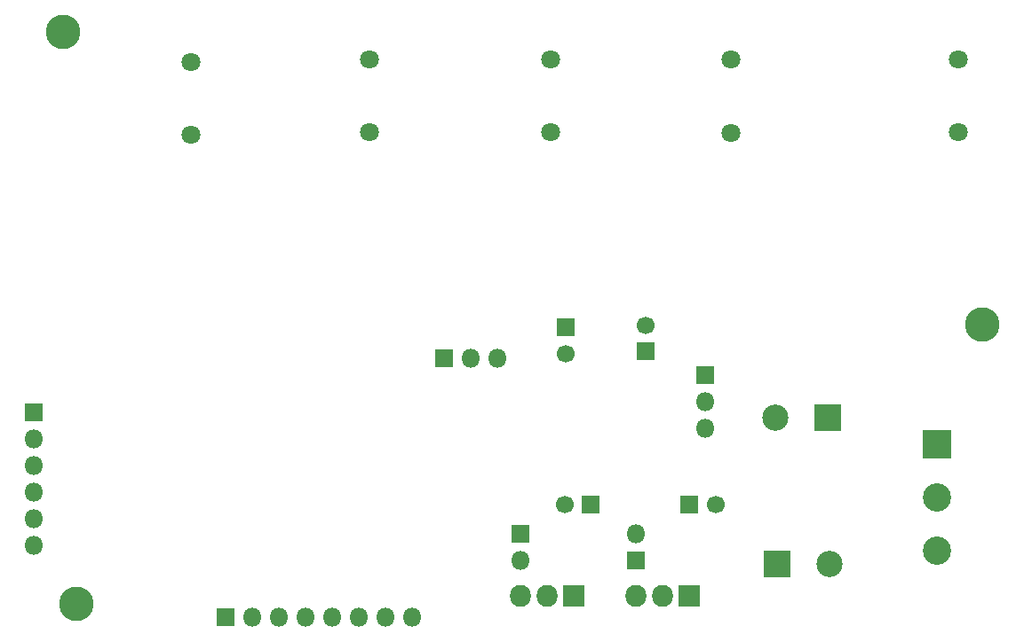
<source format=gbr>
%TF.GenerationSoftware,KiCad,Pcbnew,(5.1.6)-1*%
%TF.CreationDate,2020-11-12T20:03:02-08:00*%
%TF.ProjectId,piezodriver,7069657a-6f64-4726-9976-65722e6b6963,rev?*%
%TF.SameCoordinates,Original*%
%TF.FileFunction,Soldermask,Bot*%
%TF.FilePolarity,Negative*%
%FSLAX46Y46*%
G04 Gerber Fmt 4.6, Leading zero omitted, Abs format (unit mm)*
G04 Created by KiCad (PCBNEW (5.1.6)-1) date 2020-11-12 20:03:02*
%MOMM*%
%LPD*%
G01*
G04 APERTURE LIST*
%ADD10C,3.300000*%
%ADD11O,2.005000X2.100000*%
%ADD12R,2.005000X2.100000*%
%ADD13C,1.800000*%
%ADD14O,1.800000X1.800000*%
%ADD15R,1.800000X1.800000*%
%ADD16C,2.700000*%
%ADD17R,2.700000X2.700000*%
%ADD18C,1.700000*%
%ADD19R,1.700000X1.700000*%
%ADD20C,2.500000*%
%ADD21R,2.500000X2.500000*%
G04 APERTURE END LIST*
D10*
%TO.C,H3*%
X294640000Y-38100000D03*
%TD*%
%TO.C,H2*%
X208280000Y-64770000D03*
%TD*%
%TO.C,H1*%
X207010000Y-10160000D03*
%TD*%
D11*
%TO.C,Q2*%
X250571000Y-64008000D03*
X253111000Y-64008000D03*
D12*
X255651000Y-64008000D03*
%TD*%
D11*
%TO.C,Q1*%
X261620000Y-64008000D03*
X264160000Y-64008000D03*
D12*
X266700000Y-64008000D03*
%TD*%
D13*
%TO.C,SAMPLE1*%
X292354000Y-19740000D03*
X292354000Y-12740000D03*
%TD*%
D14*
%TO.C,J7*%
X240284000Y-66040000D03*
X237744000Y-66040000D03*
X235204000Y-66040000D03*
X232664000Y-66040000D03*
X230124000Y-66040000D03*
X227584000Y-66040000D03*
X225044000Y-66040000D03*
D15*
X222504000Y-66040000D03*
%TD*%
D14*
%TO.C,J6*%
X250571000Y-60579000D03*
D15*
X250571000Y-58039000D03*
%TD*%
D14*
%TO.C,J5*%
X261620000Y-58039000D03*
D15*
X261620000Y-60579000D03*
%TD*%
D14*
%TO.C,J4*%
X248412000Y-41275000D03*
X245872000Y-41275000D03*
D15*
X243332000Y-41275000D03*
%TD*%
D14*
%TO.C,J3*%
X204216000Y-59182000D03*
X204216000Y-56642000D03*
X204216000Y-54102000D03*
X204216000Y-51562000D03*
X204216000Y-49022000D03*
D15*
X204216000Y-46482000D03*
%TD*%
D14*
%TO.C,J2*%
X268224000Y-48006000D03*
X268224000Y-45466000D03*
D15*
X268224000Y-42926000D03*
%TD*%
D16*
%TO.C,J1*%
X290322000Y-59690000D03*
X290322000Y-54610000D03*
D17*
X290322000Y-49530000D03*
%TD*%
D13*
%TO.C,CH4*%
X270654000Y-19782000D03*
X270654000Y-12782000D03*
%TD*%
%TO.C,CH3*%
X253492000Y-19740000D03*
X253492000Y-12740000D03*
%TD*%
%TO.C,CH2*%
X236220000Y-19740000D03*
X236220000Y-12740000D03*
%TD*%
%TO.C,CH1*%
X219202000Y-19994000D03*
X219202000Y-12994000D03*
%TD*%
D18*
%TO.C,C10*%
X254802000Y-55245000D03*
D19*
X257302000Y-55245000D03*
%TD*%
D18*
%TO.C,C9*%
X269200000Y-55245000D03*
D19*
X266700000Y-55245000D03*
%TD*%
D20*
%TO.C,C6*%
X280082000Y-60960000D03*
D21*
X275082000Y-60960000D03*
%TD*%
D20*
%TO.C,C5*%
X274908000Y-46990000D03*
D21*
X279908000Y-46990000D03*
%TD*%
D18*
%TO.C,C2*%
X254889000Y-40854000D03*
D19*
X254889000Y-38354000D03*
%TD*%
D18*
%TO.C,C1*%
X262509000Y-38140000D03*
D19*
X262509000Y-40640000D03*
%TD*%
M02*

</source>
